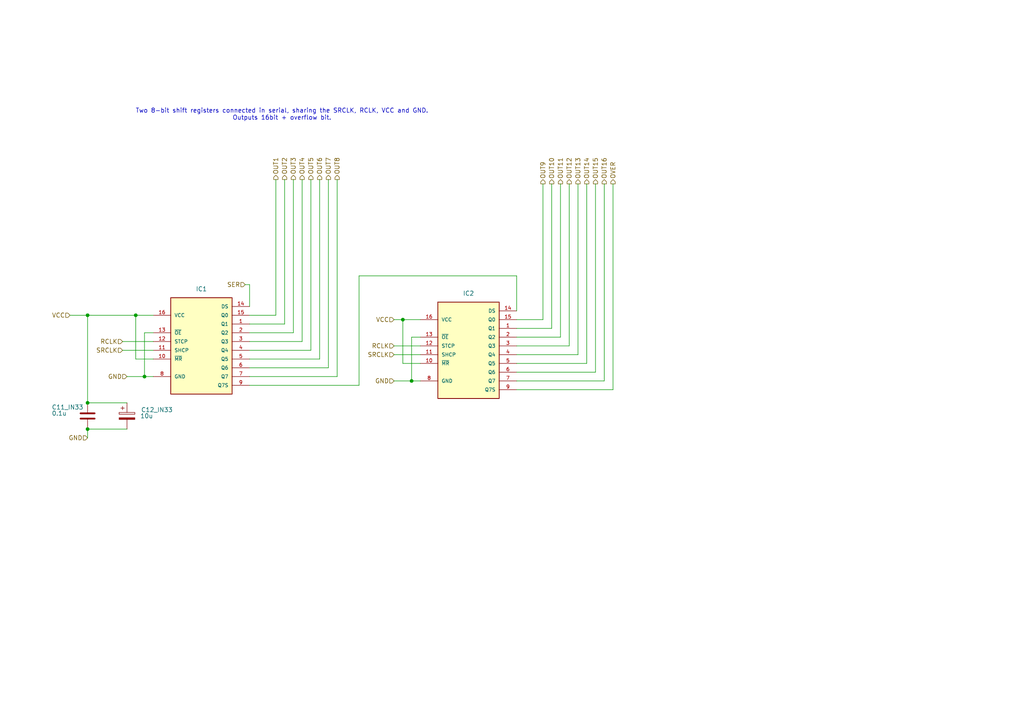
<source format=kicad_sch>
(kicad_sch (version 20231120) (generator "eeschema") (generator_version "8.0")
  (paper "A4")
  (title_block (title "BlueJamma") (date "2024-12-10") (rev "1") (company "Irbis Interactive LLC, Pavel Nakaznenko"))
  (lib_symbols
    (symbol "74HC595D:74HC595D" (pin_names (offset 1.016))
      (property "Reference" "IC" (at 19.05 2.54 0))
      (symbol "74HC595D_0_0"
        (rectangle (start 0 -27.94) (end 17.78 0) (stroke (width 0.254)) (fill (type background)))
        (pin output line (at 22.86 -7.62 180) (length 5.08) (name "Q1") (number "1"))
        (pin input line (at -5.08 -17.78 0) (length 5.08) (name "~{MR}") (number "10"))
        (pin input line (at -5.08 -15.24 0) (length 5.08) (name "SHCP") (number "11"))
        (pin input line (at -5.08 -12.7 0) (length 5.08) (name "STCP") (number "12"))
        (pin input line (at -5.08 -10.16 0) (length 5.08) (name "~{OE}") (number "13"))
        (pin input line (at 22.86 -2.54 180) (length 5.08) (name "DS") (number "14"))
        (pin output line (at 22.86 -5.08 180) (length 5.08) (name "Q0") (number "15"))
        (pin power_in line (at -5.08 -5.08 0) (length 5.08) (name "VCC") (number "16"))
        (pin output line (at 22.86 -10.16 180) (length 5.08) (name "Q2") (number "2"))
        (pin output line (at 22.86 -12.7 180) (length 5.08) (name "Q3") (number "3"))
        (pin output line (at 22.86 -15.24 180) (length 5.08) (name "Q4") (number "4"))
        (pin output line (at 22.86 -17.78 180) (length 5.08) (name "Q5") (number "5"))
        (pin output line (at 22.86 -20.32 180) (length 5.08) (name "Q6") (number "6"))
        (pin output line (at 22.86 -22.86 180) (length 5.08) (name "Q7") (number "7"))
        (pin input line (at -5.08 -22.86 0) (length 5.08) (name "GND") (number "8"))
        (pin output line (at 22.86 -25.4 180) (length 5.08) (name "Q7S") (number "9"))
      )
    )
    (symbol "Device:C" (pin_numbers hide) (pin_names (offset 0.254))
      (property "Reference" "C" (at 0.635 2.54 0))
      (property "Value" "C" (at 0.635 -2.54 0))
      (symbol "C_0_1"
        (polyline (pts (xy -2.032 -0.762) (xy 2.032 -0.762)) (stroke (width 0.508)))
        (polyline (pts (xy -2.032 0.762) (xy 2.032 0.762)) (stroke (width 0.508)))
      )
      (symbol "C_1_1"
        (pin passive line (at 0 3.81 270) (length 2.794) (name "~") (number "1"))
        (pin passive line (at 0 -3.81 90) (length 2.794) (name "~") (number "2"))
      )
    )
    (symbol "Device:C_Polarized" (pin_numbers hide) (pin_names (offset 0.254))
      (property "Reference" "C" (at 0.635 2.54 0))
      (property "Value" "C_Polarized" (at 0.635 -2.54 0))
      (symbol "C_Polarized_0_1"
        (rectangle (start -2.286 0.508) (end 2.286 1.016))
        (polyline (pts (xy -1.778 2.286) (xy -0.762 2.286)))
        (polyline (pts (xy -1.27 2.794) (xy -1.27 1.778)))
        (rectangle (start 2.286 -0.508) (end -2.286 -1.016) (fill (type outline)))
      )
      (symbol "C_Polarized_1_1"
        (pin passive line (at 0 3.81 270) (length 2.794) (name "~") (number "1"))
        (pin passive line (at 0 -3.81 90) (length 2.794) (name "~") (number "2"))
      )
    )
  )
  (junction (at 119.38 110.49))
  (junction (at 25.4 91.44))
  (junction (at 39.37 91.44))
  (junction (at 25.4 124.46) (diameter 0.9144))
  (junction (at 41.91 109.22))
  (junction (at 116.84 92.71))
  (junction (at 25.4 116.84))
  (wire (pts (xy 149.86 110.49) (xy 175.26 110.49)))
  (wire (pts (xy 119.38 97.79) (xy 119.38 110.49)))
  (wire (pts (xy 149.86 102.87) (xy 167.64 102.87)))
  (wire (pts (xy 39.37 104.14) (xy 39.37 91.44)))
  (wire (pts (xy 25.4 91.44) (xy 39.37 91.44)))
  (wire (pts (xy 25.4 116.84) (xy 36.83 116.84)))
  (wire (pts (xy 90.17 52.07) (xy 90.17 101.6)))
  (wire (pts (xy 39.37 91.44) (xy 44.45 91.44)))
  (wire (pts (xy 177.8 53.34) (xy 177.8 113.03)))
  (wire (pts (xy 172.72 53.34) (xy 172.72 107.95)))
  (wire (pts (xy 160.02 53.34) (xy 160.02 95.25)))
  (wire (pts (xy 82.55 52.07) (xy 82.55 93.98)))
  (wire (pts (xy 116.84 92.71) (xy 121.92 92.71)))
  (wire (pts (xy 104.14 80.01) (xy 149.86 80.01)))
  (wire (pts (xy 162.56 53.34) (xy 162.56 97.79)))
  (wire (pts (xy 149.86 80.01) (xy 149.86 90.17)))
  (wire (pts (xy 72.39 96.52) (xy 85.09 96.52)))
  (wire (pts (xy 72.39 101.6) (xy 90.17 101.6)))
  (wire (pts (xy 20.32 91.44) (xy 25.4 91.44)))
  (wire (pts (xy 36.83 109.22) (xy 41.91 109.22)))
  (wire (pts (xy 85.09 52.07) (xy 85.09 96.52)))
  (wire (pts (xy 71.12 82.55) (xy 72.39 82.55)))
  (wire (pts (xy 72.39 106.68) (xy 95.25 106.68)))
  (wire (pts (xy 149.86 100.33) (xy 165.1 100.33)))
  (wire (pts (xy 165.1 53.34) (xy 165.1 100.33)))
  (wire (pts (xy 149.86 95.25) (xy 160.02 95.25)))
  (wire (pts (xy 167.64 53.34) (xy 167.64 102.87)))
  (wire (pts (xy 25.4 124.46) (xy 36.83 124.46)))
  (wire (pts (xy 175.26 53.34) (xy 175.26 110.49)))
  (wire (pts (xy 114.3 92.71) (xy 116.84 92.71)))
  (wire (pts (xy 97.79 52.07) (xy 97.79 109.22)))
  (wire (pts (xy 119.38 110.49) (xy 121.92 110.49)))
  (wire (pts (xy 72.39 82.55) (xy 72.39 88.9)))
  (wire (pts (xy 41.91 109.22) (xy 44.45 109.22)))
  (wire (pts (xy 35.56 99.06) (xy 44.45 99.06)))
  (wire (pts (xy 25.4 91.44) (xy 25.4 116.84)))
  (wire (pts (xy 44.45 104.14) (xy 39.37 104.14)))
  (wire (pts (xy 121.92 105.41) (xy 116.84 105.41)))
  (wire (pts (xy 149.86 97.79) (xy 162.56 97.79)))
  (wire (pts (xy 149.86 113.03) (xy 177.8 113.03)))
  (wire (pts (xy 114.3 110.49) (xy 119.38 110.49)))
  (wire (pts (xy 72.39 104.14) (xy 92.71 104.14)))
  (wire (pts (xy 80.01 52.07) (xy 80.01 91.44)))
  (wire (pts (xy 95.25 52.07) (xy 95.25 106.68)))
  (wire (pts (xy 72.39 93.98) (xy 82.55 93.98)))
  (wire (pts (xy 114.3 102.87) (xy 121.92 102.87)))
  (wire (pts (xy 35.56 101.6) (xy 44.45 101.6)))
  (wire (pts (xy 25.4 124.46) (xy 25.4 127)))
  (wire (pts (xy 149.86 107.95) (xy 172.72 107.95)))
  (wire (pts (xy 104.14 111.76) (xy 104.14 80.01)))
  (wire (pts (xy 72.39 99.06) (xy 87.63 99.06)))
  (wire (pts (xy 72.39 111.76) (xy 104.14 111.76)))
  (wire (pts (xy 44.45 96.52) (xy 41.91 96.52)))
  (wire (pts (xy 149.86 92.71) (xy 157.48 92.71)))
  (wire (pts (xy 170.18 53.34) (xy 170.18 105.41)))
  (wire (pts (xy 87.63 52.07) (xy 87.63 99.06)))
  (wire (pts (xy 114.3 100.33) (xy 121.92 100.33)))
  (wire (pts (xy 149.86 105.41) (xy 170.18 105.41)))
  (wire (pts (xy 72.39 91.44) (xy 80.01 91.44)))
  (wire (pts (xy 116.84 105.41) (xy 116.84 92.71)))
  (wire (pts (xy 72.39 109.22) (xy 97.79 109.22)))
  (wire (pts (xy 157.48 53.34) (xy 157.48 92.71)))
  (wire (pts (xy 121.92 97.79) (xy 119.38 97.79)))
  (wire (pts (xy 92.71 52.07) (xy 92.71 104.14)))
  (wire (pts (xy 41.91 96.52) (xy 41.91 109.22)))
  (text "Two 8-bit shift registers connected in serial, sharing the SRCLK, RCLK, VCC and GND.\nOutputs 16bit + overflow bit." (at 81.788 33.274 0) (effects (font (size 1.27 1.27))))
  (hierarchical_label "OUT12" (shape output) (at 165.1 53.34 90))
  (hierarchical_label "OUT16" (shape output) (at 175.26 53.34 90))
  (hierarchical_label "OUT13" (shape output) (at 167.64 53.34 90))
  (hierarchical_label "OUT7" (shape output) (at 95.25 52.07 90))
  (hierarchical_label "SRCLK" (shape input) (at 35.56 101.6 180))
  (hierarchical_label "OUT11" (shape output) (at 162.56 53.34 90))
  (hierarchical_label "OUT3" (shape output) (at 85.09 52.07 90))
  (hierarchical_label "OUT14" (shape output) (at 170.18 53.34 90))
  (hierarchical_label "OUT2" (shape output) (at 82.55 52.07 90))
  (hierarchical_label "OUT1" (shape output) (at 80.01 52.07 90))
  (hierarchical_label "OUT4" (shape output) (at 87.63 52.07 90))
  (hierarchical_label "OUT10" (shape output) (at 160.02 53.34 90))
  (hierarchical_label "OUT8" (shape output) (at 97.79 52.07 90))
  (hierarchical_label "RCLK" (shape input) (at 35.56 99.06 180))
  (hierarchical_label "OUT15" (shape output) (at 172.72 53.34 90))
  (hierarchical_label "OUT5" (shape output) (at 90.17 52.07 90))
  (hierarchical_label "GND" (shape input) (at 36.83 109.22 180))
  (hierarchical_label "VCC" (shape input) (at 114.3 92.71 180))
  (hierarchical_label "SRCLK" (shape input) (at 114.3 102.87 180))
  (hierarchical_label "OVER" (shape output) (at 177.8 53.34 90))
  (hierarchical_label "GND" (shape input) (at 114.3 110.49 180))
  (hierarchical_label "SER" (shape input) (at 71.12 82.55 180))
  (hierarchical_label "OUT6" (shape output) (at 92.71 52.07 90))
  (hierarchical_label "GND" (shape input) (at 25.4 127 180))
  (hierarchical_label "OUT9" (shape output) (at 157.48 53.34 90))
  (hierarchical_label "RCLK" (shape input) (at 114.3 100.33 180))
  (hierarchical_label "VCC" (shape input) (at 20.32 91.44 180))
  (symbol (lib_id "74HC595D:74HC595D") (at 49.53 86.36 0) (unit 1)
    (property "Reference" "IC1" (at 58.42 83.82 0))
    (property "Value" "74HC595D" (effects (hide yes)))
    (property "Footprint" "symbols_fps:SOIC127P600X175-16N" (effects (hide yes)))
    (property "Description" "IC SHIFT REGISTER 8BIT 16SOP" (effects (hide yes)))
    (property "MF" "NXP Semiconductors" (effects (hide yes)))
    (property "Package" "SOIC-16 ON Semiconductor" (effects (hide yes)))
    (property "SUPPLIER_PART_NUMBER" "74HC595DCT-ND" (effects (hide yes)))
    (property "Price" "None" (effects (hide yes)))
    (property "Check_prices" "https://www.snapeda.com/parts/74HC595D/NXP+Semiconductors/view-part/?ref=eda" (effects (hide yes)))
    (property "SUPPLIER" "Digikey" (effects (hide yes)))
    (property "SnapEDA_Link" "https://www.snapeda.com/parts/74HC595D/NXP+Semiconductors/view-part/?ref=snap" (effects (hide yes)))
    (property "MP" "74HC595D" (effects (hide yes)))
    (property "Description_1" "\n                        \n                            Shift Register Single 8-Bit Serial to Serial/Parallel 16-Pin SOIC T/R\n                        \n" (effects (hide yes)))
    (property "Availability" "In Stock" (effects (hide yes)))
    (property "MANUFACTURER_PART_NUMBER" "74HC595D" (effects (hide yes)))
    (instances (project "" (path "" (reference "IC1") (unit 1)) (path "" (reference "IC3") (unit 1))))
  )
  (symbol (lib_id "74HC595D:74HC595D") (at 127 87.63 0) (unit 1)
    (property "Reference" "IC2" (at 135.89 85.09 0))
    (property "Value" "74HC595D" (effects (hide yes)))
    (property "Footprint" "symbols_fps:SOIC127P600X175-16N" (effects (hide yes)))
    (property "Description" "IC SHIFT REGISTER 8BIT 16SOP" (effects (hide yes)))
    (property "MF" "NXP Semiconductors" (effects (hide yes)))
    (property "Package" "SOIC-16 ON Semiconductor" (effects (hide yes)))
    (property "SUPPLIER_PART_NUMBER" "74HC595DCT-ND" (effects (hide yes)))
    (property "Price" "None" (effects (hide yes)))
    (property "Check_prices" "https://www.snapeda.com/parts/74HC595D/NXP+Semiconductors/view-part/?ref=eda" (effects (hide yes)))
    (property "SUPPLIER" "Digikey" (effects (hide yes)))
    (property "SnapEDA_Link" "https://www.snapeda.com/parts/74HC595D/NXP+Semiconductors/view-part/?ref=snap" (effects (hide yes)))
    (property "MP" "74HC595D" (effects (hide yes)))
    (property "Description_1" "\n                        \n                            Shift Register Single 8-Bit Serial to Serial/Parallel 16-Pin SOIC T/R\n                        \n" (effects (hide yes)))
    (property "Availability" "In Stock" (effects (hide yes)))
    (property "MANUFACTURER_PART_NUMBER" "74HC595D" (effects (hide yes)))
    (instances (project "" (path "" (reference "IC2") (unit 1)) (path "" (reference "IC4") (unit 1))))
  )
  (symbol (lib_id "Device:C") (at 25.4 120.65 0) (unit 1)
    (property "Reference" "C11_IN33" (at 14.986 118.11 0) (effects (justify left)))
    (property "Value" "0.1u" (at 14.986 119.888 0) (effects (justify left)))
    (property "Footprint" "Capacitor_SMD:C_1206_3216Metric_Pad1.33x1.80mm_HandSolder" (effects (hide yes)))
    (instances (project "BlueJamm" (path "" (reference "C11_IN33") (unit 1)) (path "" (reference "C13_IN33") (unit 1))))
  )
  (symbol (lib_id "Device:C_Polarized") (at 36.83 120.65 0) (unit 1)
    (property "Reference" "C12_IN33" (at 40.894 118.872 0) (effects (justify left)))
    (property "Value" "10u" (at 40.64 120.65 0) (effects (justify left)))
    (property "Footprint" "Capacitor_SMD:CP_Elec_4x5.4" (effects (hide yes)))
    (instances (project "BlueJamm" (path "" (reference "C12_IN33") (unit 1)) (path "" (reference "C14_IN33") (unit 1))))
  )
)
</source>
